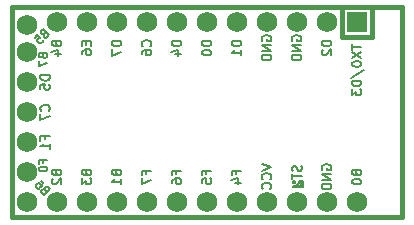
<source format=gbr>
%TF.GenerationSoftware,KiCad,Pcbnew,(6.0.1)*%
%TF.CreationDate,2022-06-24T19:37:25-07:00*%
%TF.ProjectId,75ortho,37356f72-7468-46f2-9e6b-696361645f70,rev?*%
%TF.SameCoordinates,Original*%
%TF.FileFunction,Legend,Bot*%
%TF.FilePolarity,Positive*%
%FSLAX46Y46*%
G04 Gerber Fmt 4.6, Leading zero omitted, Abs format (unit mm)*
G04 Created by KiCad (PCBNEW (6.0.1)) date 2022-06-24 19:37:25*
%MOMM*%
%LPD*%
G01*
G04 APERTURE LIST*
%ADD10C,0.150000*%
%ADD11C,0.381000*%
%ADD12R,1.752600X1.752600*%
%ADD13C,1.752600*%
G04 APERTURE END LIST*
D10*
%TO.C,U1*%
X349099037Y-106762808D02*
X348299037Y-106762808D01*
X348299037Y-106953285D01*
X348337133Y-107067570D01*
X348413323Y-107143761D01*
X348489513Y-107181856D01*
X348641894Y-107219951D01*
X348756180Y-107219951D01*
X348908561Y-107181856D01*
X348984752Y-107143761D01*
X349060942Y-107067570D01*
X349099037Y-106953285D01*
X349099037Y-106762808D01*
X348375228Y-107524713D02*
X348337133Y-107562808D01*
X348299037Y-107638999D01*
X348299037Y-107829475D01*
X348337133Y-107905665D01*
X348375228Y-107943761D01*
X348451418Y-107981856D01*
X348527609Y-107981856D01*
X348641894Y-107943761D01*
X349099037Y-107486618D01*
X349099037Y-107981856D01*
X343257133Y-106743761D02*
X343219037Y-106667570D01*
X343219037Y-106553285D01*
X343257133Y-106438999D01*
X343333323Y-106362808D01*
X343409513Y-106324713D01*
X343561894Y-106286618D01*
X343676180Y-106286618D01*
X343828561Y-106324713D01*
X343904752Y-106362808D01*
X343980942Y-106438999D01*
X344019037Y-106553285D01*
X344019037Y-106629475D01*
X343980942Y-106743761D01*
X343942847Y-106781856D01*
X343676180Y-106781856D01*
X343676180Y-106629475D01*
X344019037Y-107124713D02*
X343219037Y-107124713D01*
X344019037Y-107581856D01*
X343219037Y-107581856D01*
X344019037Y-107962808D02*
X343219037Y-107962808D01*
X343219037Y-108153285D01*
X343257133Y-108267570D01*
X343333323Y-108343761D01*
X343409513Y-108381856D01*
X343561894Y-108419951D01*
X343676180Y-108419951D01*
X343828561Y-108381856D01*
X343904752Y-108343761D01*
X343980942Y-108267570D01*
X344019037Y-108153285D01*
X344019037Y-107962808D01*
X348337133Y-117665761D02*
X348299037Y-117589570D01*
X348299037Y-117475285D01*
X348337133Y-117360999D01*
X348413323Y-117284808D01*
X348489513Y-117246713D01*
X348641894Y-117208618D01*
X348756180Y-117208618D01*
X348908561Y-117246713D01*
X348984752Y-117284808D01*
X349060942Y-117360999D01*
X349099037Y-117475285D01*
X349099037Y-117551475D01*
X349060942Y-117665761D01*
X349022847Y-117703856D01*
X348756180Y-117703856D01*
X348756180Y-117551475D01*
X349099037Y-118046713D02*
X348299037Y-118046713D01*
X349099037Y-118503856D01*
X348299037Y-118503856D01*
X349099037Y-118884808D02*
X348299037Y-118884808D01*
X348299037Y-119075285D01*
X348337133Y-119189570D01*
X348413323Y-119265761D01*
X348489513Y-119303856D01*
X348641894Y-119341951D01*
X348756180Y-119341951D01*
X348908561Y-119303856D01*
X348984752Y-119265761D01*
X349060942Y-119189570D01*
X349099037Y-119075285D01*
X349099037Y-118884808D01*
X325819990Y-117951475D02*
X325858085Y-118065761D01*
X325896180Y-118103856D01*
X325972371Y-118141951D01*
X326086656Y-118141951D01*
X326162847Y-118103856D01*
X326200942Y-118065761D01*
X326239037Y-117989570D01*
X326239037Y-117684808D01*
X325439037Y-117684808D01*
X325439037Y-117951475D01*
X325477133Y-118027665D01*
X325515228Y-118065761D01*
X325591418Y-118103856D01*
X325667609Y-118103856D01*
X325743799Y-118065761D01*
X325781894Y-118027665D01*
X325819990Y-117951475D01*
X325819990Y-117684808D01*
X325515228Y-118446713D02*
X325477133Y-118484808D01*
X325439037Y-118560999D01*
X325439037Y-118751475D01*
X325477133Y-118827665D01*
X325515228Y-118865761D01*
X325591418Y-118903856D01*
X325667609Y-118903856D01*
X325781894Y-118865761D01*
X326239037Y-118408618D01*
X326239037Y-118903856D01*
X324772124Y-106178582D02*
X324724984Y-106272863D01*
X324724984Y-106320004D01*
X324748554Y-106390714D01*
X324819265Y-106461425D01*
X324889975Y-106484995D01*
X324937116Y-106484995D01*
X325007826Y-106461425D01*
X325196388Y-106272863D01*
X324701413Y-105777888D01*
X324536422Y-105942880D01*
X324512852Y-106013591D01*
X324512852Y-106060731D01*
X324536422Y-106131442D01*
X324583562Y-106178582D01*
X324654273Y-106202152D01*
X324701413Y-106202152D01*
X324772124Y-106178582D01*
X324937116Y-106013591D01*
X323970736Y-106508565D02*
X324206439Y-106272863D01*
X324465711Y-106484995D01*
X324418571Y-106484995D01*
X324347860Y-106508565D01*
X324230009Y-106626417D01*
X324206439Y-106697127D01*
X324206439Y-106744268D01*
X324230009Y-106814978D01*
X324347860Y-106932829D01*
X324418571Y-106956400D01*
X324465711Y-106956400D01*
X324536422Y-106932829D01*
X324654273Y-106814978D01*
X324677843Y-106744268D01*
X324677843Y-106697127D01*
X325819990Y-107029475D02*
X325858085Y-107143761D01*
X325896180Y-107181856D01*
X325972371Y-107219951D01*
X326086656Y-107219951D01*
X326162847Y-107181856D01*
X326200942Y-107143761D01*
X326239037Y-107067570D01*
X326239037Y-106762808D01*
X325439037Y-106762808D01*
X325439037Y-107029475D01*
X325477133Y-107105665D01*
X325515228Y-107143761D01*
X325591418Y-107181856D01*
X325667609Y-107181856D01*
X325743799Y-107143761D01*
X325781894Y-107105665D01*
X325819990Y-107029475D01*
X325819990Y-106762808D01*
X325705704Y-107905665D02*
X326239037Y-107905665D01*
X325400942Y-107715189D02*
X325972371Y-107524713D01*
X325972371Y-108019951D01*
X350839037Y-107051936D02*
X350839037Y-107509079D01*
X351639037Y-107280508D02*
X350839037Y-107280508D01*
X350839037Y-107699555D02*
X351639037Y-108232889D01*
X350839037Y-108232889D02*
X351639037Y-107699555D01*
X350839037Y-108690032D02*
X350839037Y-108766222D01*
X350877133Y-108842413D01*
X350915228Y-108880508D01*
X350991418Y-108918603D01*
X351143799Y-108956698D01*
X351334275Y-108956698D01*
X351486656Y-108918603D01*
X351562847Y-108880508D01*
X351600942Y-108842413D01*
X351639037Y-108766222D01*
X351639037Y-108690032D01*
X351600942Y-108613841D01*
X351562847Y-108575746D01*
X351486656Y-108537651D01*
X351334275Y-108499555D01*
X351143799Y-108499555D01*
X350991418Y-108537651D01*
X350915228Y-108575746D01*
X350877133Y-108613841D01*
X350839037Y-108690032D01*
X350800942Y-109870984D02*
X351829513Y-109185270D01*
X351639037Y-110137651D02*
X350839037Y-110137651D01*
X350839037Y-110328127D01*
X350877133Y-110442413D01*
X350953323Y-110518603D01*
X351029513Y-110556698D01*
X351181894Y-110594793D01*
X351296180Y-110594793D01*
X351448561Y-110556698D01*
X351524752Y-110518603D01*
X351600942Y-110442413D01*
X351639037Y-110328127D01*
X351639037Y-110137651D01*
X350839037Y-110861460D02*
X350839037Y-111356698D01*
X351143799Y-111090032D01*
X351143799Y-111204317D01*
X351181894Y-111280508D01*
X351219990Y-111318603D01*
X351296180Y-111356698D01*
X351486656Y-111356698D01*
X351562847Y-111318603D01*
X351600942Y-111280508D01*
X351639037Y-111204317D01*
X351639037Y-110975746D01*
X351600942Y-110899555D01*
X351562847Y-110861460D01*
X324657133Y-108030951D02*
X324690466Y-108130951D01*
X324723799Y-108164285D01*
X324790466Y-108197618D01*
X324890466Y-108197618D01*
X324957133Y-108164285D01*
X324990466Y-108130951D01*
X325023799Y-108064285D01*
X325023799Y-107797618D01*
X324323799Y-107797618D01*
X324323799Y-108030951D01*
X324357133Y-108097618D01*
X324390466Y-108130951D01*
X324457133Y-108164285D01*
X324523799Y-108164285D01*
X324590466Y-108130951D01*
X324623799Y-108097618D01*
X324657133Y-108030951D01*
X324657133Y-107797618D01*
X324323799Y-108430951D02*
X324323799Y-108897618D01*
X325023799Y-108597618D01*
X341059990Y-118008618D02*
X341059990Y-117741951D01*
X341479037Y-117741951D02*
X340679037Y-117741951D01*
X340679037Y-118122904D01*
X340945704Y-118770523D02*
X341479037Y-118770523D01*
X340640942Y-118580046D02*
X341212371Y-118389570D01*
X341212371Y-118884808D01*
X333439990Y-118008618D02*
X333439990Y-117741951D01*
X333859037Y-117741951D02*
X333059037Y-117741951D01*
X333059037Y-118122904D01*
X333059037Y-118351475D02*
X333059037Y-118884808D01*
X333859037Y-118541951D01*
X335979990Y-118008618D02*
X335979990Y-117741951D01*
X336399037Y-117741951D02*
X335599037Y-117741951D01*
X335599037Y-118122904D01*
X335599037Y-118770523D02*
X335599037Y-118618142D01*
X335637133Y-118541951D01*
X335675228Y-118503856D01*
X335789513Y-118427665D01*
X335941894Y-118389570D01*
X336246656Y-118389570D01*
X336322847Y-118427665D01*
X336360942Y-118465761D01*
X336399037Y-118541951D01*
X336399037Y-118694332D01*
X336360942Y-118770523D01*
X336322847Y-118808618D01*
X336246656Y-118846713D01*
X336056180Y-118846713D01*
X335979990Y-118808618D01*
X335941894Y-118770523D01*
X335903799Y-118694332D01*
X335903799Y-118541951D01*
X335941894Y-118465761D01*
X335979990Y-118427665D01*
X336056180Y-118389570D01*
X328359990Y-117951475D02*
X328398085Y-118065761D01*
X328436180Y-118103856D01*
X328512371Y-118141951D01*
X328626656Y-118141951D01*
X328702847Y-118103856D01*
X328740942Y-118065761D01*
X328779037Y-117989570D01*
X328779037Y-117684808D01*
X327979037Y-117684808D01*
X327979037Y-117951475D01*
X328017133Y-118027665D01*
X328055228Y-118065761D01*
X328131418Y-118103856D01*
X328207609Y-118103856D01*
X328283799Y-118065761D01*
X328321894Y-118027665D01*
X328359990Y-117951475D01*
X328359990Y-117684808D01*
X327979037Y-118408618D02*
X327979037Y-118903856D01*
X328283799Y-118637189D01*
X328283799Y-118751475D01*
X328321894Y-118827665D01*
X328359990Y-118865761D01*
X328436180Y-118903856D01*
X328626656Y-118903856D01*
X328702847Y-118865761D01*
X328740942Y-118827665D01*
X328779037Y-118751475D01*
X328779037Y-118522904D01*
X328740942Y-118446713D01*
X328702847Y-118408618D01*
X330899990Y-117951475D02*
X330938085Y-118065761D01*
X330976180Y-118103856D01*
X331052371Y-118141951D01*
X331166656Y-118141951D01*
X331242847Y-118103856D01*
X331280942Y-118065761D01*
X331319037Y-117989570D01*
X331319037Y-117684808D01*
X330519037Y-117684808D01*
X330519037Y-117951475D01*
X330557133Y-118027665D01*
X330595228Y-118065761D01*
X330671418Y-118103856D01*
X330747609Y-118103856D01*
X330823799Y-118065761D01*
X330861894Y-118027665D01*
X330899990Y-117951475D01*
X330899990Y-117684808D01*
X331319037Y-118903856D02*
X331319037Y-118446713D01*
X331319037Y-118675285D02*
X330519037Y-118675285D01*
X330633323Y-118599094D01*
X330709513Y-118522904D01*
X330747609Y-118446713D01*
X325192847Y-112680951D02*
X325230942Y-112642856D01*
X325269037Y-112528570D01*
X325269037Y-112452380D01*
X325230942Y-112338094D01*
X325154752Y-112261904D01*
X325078561Y-112223808D01*
X324926180Y-112185713D01*
X324811894Y-112185713D01*
X324659513Y-112223808D01*
X324583323Y-112261904D01*
X324507133Y-112338094D01*
X324469037Y-112452380D01*
X324469037Y-112528570D01*
X324507133Y-112642856D01*
X324545228Y-112680951D01*
X324469037Y-112947618D02*
X324469037Y-113480951D01*
X325269037Y-113138094D01*
X338519990Y-118008618D02*
X338519990Y-117741951D01*
X338939037Y-117741951D02*
X338139037Y-117741951D01*
X338139037Y-118122904D01*
X338139037Y-118808618D02*
X338139037Y-118427665D01*
X338519990Y-118389570D01*
X338481894Y-118427665D01*
X338443799Y-118503856D01*
X338443799Y-118694332D01*
X338481894Y-118770523D01*
X338519990Y-118808618D01*
X338596180Y-118846713D01*
X338786656Y-118846713D01*
X338862847Y-118808618D01*
X338900942Y-118770523D01*
X338939037Y-118694332D01*
X338939037Y-118503856D01*
X338900942Y-118427665D01*
X338862847Y-118389570D01*
X346540942Y-117320951D02*
X346579037Y-117435237D01*
X346579037Y-117625713D01*
X346540942Y-117701904D01*
X346502847Y-117739999D01*
X346426656Y-117778094D01*
X346350466Y-117778094D01*
X346274275Y-117739999D01*
X346236180Y-117701904D01*
X346198085Y-117625713D01*
X346159990Y-117473332D01*
X346121894Y-117397142D01*
X346083799Y-117359046D01*
X346007609Y-117320951D01*
X345931418Y-117320951D01*
X345855228Y-117359046D01*
X345817133Y-117397142D01*
X345779037Y-117473332D01*
X345779037Y-117663808D01*
X345817133Y-117778094D01*
X345779037Y-118006665D02*
X345779037Y-118463808D01*
X346579037Y-118235237D02*
X345779037Y-118235237D01*
X338939037Y-106762808D02*
X338139037Y-106762808D01*
X338139037Y-106953285D01*
X338177133Y-107067570D01*
X338253323Y-107143761D01*
X338329513Y-107181856D01*
X338481894Y-107219951D01*
X338596180Y-107219951D01*
X338748561Y-107181856D01*
X338824752Y-107143761D01*
X338900942Y-107067570D01*
X338939037Y-106953285D01*
X338939037Y-106762808D01*
X338139037Y-107715189D02*
X338139037Y-107791380D01*
X338177133Y-107867570D01*
X338215228Y-107905665D01*
X338291418Y-107943761D01*
X338443799Y-107981856D01*
X338634275Y-107981856D01*
X338786656Y-107943761D01*
X338862847Y-107905665D01*
X338900942Y-107867570D01*
X338939037Y-107791380D01*
X338939037Y-107715189D01*
X338900942Y-107638999D01*
X338862847Y-107600904D01*
X338786656Y-107562808D01*
X338634275Y-107524713D01*
X338443799Y-107524713D01*
X338291418Y-107562808D01*
X338215228Y-107600904D01*
X338177133Y-107638999D01*
X338139037Y-107715189D01*
X331319037Y-106762808D02*
X330519037Y-106762808D01*
X330519037Y-106953285D01*
X330557133Y-107067570D01*
X330633323Y-107143761D01*
X330709513Y-107181856D01*
X330861894Y-107219951D01*
X330976180Y-107219951D01*
X331128561Y-107181856D01*
X331204752Y-107143761D01*
X331280942Y-107067570D01*
X331319037Y-106953285D01*
X331319037Y-106762808D01*
X330519037Y-107486618D02*
X330519037Y-108019951D01*
X331319037Y-107677094D01*
X351219990Y-117951475D02*
X351258085Y-118065761D01*
X351296180Y-118103856D01*
X351372371Y-118141951D01*
X351486656Y-118141951D01*
X351562847Y-118103856D01*
X351600942Y-118065761D01*
X351639037Y-117989570D01*
X351639037Y-117684808D01*
X350839037Y-117684808D01*
X350839037Y-117951475D01*
X350877133Y-118027665D01*
X350915228Y-118065761D01*
X350991418Y-118103856D01*
X351067609Y-118103856D01*
X351143799Y-118065761D01*
X351181894Y-118027665D01*
X351219990Y-117951475D01*
X351219990Y-117684808D01*
X350839037Y-118637189D02*
X350839037Y-118713380D01*
X350877133Y-118789570D01*
X350915228Y-118827665D01*
X350991418Y-118865761D01*
X351143799Y-118903856D01*
X351334275Y-118903856D01*
X351486656Y-118865761D01*
X351562847Y-118827665D01*
X351600942Y-118789570D01*
X351639037Y-118713380D01*
X351639037Y-118637189D01*
X351600942Y-118560999D01*
X351562847Y-118522904D01*
X351486656Y-118484808D01*
X351334275Y-118446713D01*
X351143799Y-118446713D01*
X350991418Y-118484808D01*
X350915228Y-118522904D01*
X350877133Y-118560999D01*
X350839037Y-118637189D01*
X324657133Y-117080951D02*
X324657133Y-116847618D01*
X325023799Y-116847618D02*
X324323799Y-116847618D01*
X324323799Y-117180951D01*
X324323799Y-117580951D02*
X324323799Y-117647618D01*
X324357133Y-117714285D01*
X324390466Y-117747618D01*
X324457133Y-117780951D01*
X324590466Y-117814285D01*
X324757133Y-117814285D01*
X324890466Y-117780951D01*
X324957133Y-117747618D01*
X324990466Y-117714285D01*
X325023799Y-117647618D01*
X325023799Y-117580951D01*
X324990466Y-117514285D01*
X324957133Y-117480951D01*
X324890466Y-117447618D01*
X324757133Y-117414285D01*
X324590466Y-117414285D01*
X324457133Y-117447618D01*
X324390466Y-117480951D01*
X324357133Y-117514285D01*
X324323799Y-117580951D01*
X345797133Y-106743761D02*
X345759037Y-106667570D01*
X345759037Y-106553285D01*
X345797133Y-106438999D01*
X345873323Y-106362808D01*
X345949513Y-106324713D01*
X346101894Y-106286618D01*
X346216180Y-106286618D01*
X346368561Y-106324713D01*
X346444752Y-106362808D01*
X346520942Y-106438999D01*
X346559037Y-106553285D01*
X346559037Y-106629475D01*
X346520942Y-106743761D01*
X346482847Y-106781856D01*
X346216180Y-106781856D01*
X346216180Y-106629475D01*
X346559037Y-107124713D02*
X345759037Y-107124713D01*
X346559037Y-107581856D01*
X345759037Y-107581856D01*
X346559037Y-107962808D02*
X345759037Y-107962808D01*
X345759037Y-108153285D01*
X345797133Y-108267570D01*
X345873323Y-108343761D01*
X345949513Y-108381856D01*
X346101894Y-108419951D01*
X346216180Y-108419951D01*
X346368561Y-108381856D01*
X346444752Y-108343761D01*
X346520942Y-108267570D01*
X346559037Y-108153285D01*
X346559037Y-107962808D01*
X333782847Y-107219951D02*
X333820942Y-107181856D01*
X333859037Y-107067570D01*
X333859037Y-106991380D01*
X333820942Y-106877094D01*
X333744752Y-106800904D01*
X333668561Y-106762808D01*
X333516180Y-106724713D01*
X333401894Y-106724713D01*
X333249513Y-106762808D01*
X333173323Y-106800904D01*
X333097133Y-106877094D01*
X333059037Y-106991380D01*
X333059037Y-107067570D01*
X333097133Y-107181856D01*
X333135228Y-107219951D01*
X333059037Y-107905665D02*
X333059037Y-107753285D01*
X333097133Y-107677094D01*
X333135228Y-107638999D01*
X333249513Y-107562808D01*
X333401894Y-107524713D01*
X333706656Y-107524713D01*
X333782847Y-107562808D01*
X333820942Y-107600904D01*
X333859037Y-107677094D01*
X333859037Y-107829475D01*
X333820942Y-107905665D01*
X333782847Y-107943761D01*
X333706656Y-107981856D01*
X333516180Y-107981856D01*
X333439990Y-107943761D01*
X333401894Y-107905665D01*
X333363799Y-107829475D01*
X333363799Y-107677094D01*
X333401894Y-107600904D01*
X333439990Y-107562808D01*
X333516180Y-107524713D01*
X336399037Y-106762808D02*
X335599037Y-106762808D01*
X335599037Y-106953285D01*
X335637133Y-107067570D01*
X335713323Y-107143761D01*
X335789513Y-107181856D01*
X335941894Y-107219951D01*
X336056180Y-107219951D01*
X336208561Y-107181856D01*
X336284752Y-107143761D01*
X336360942Y-107067570D01*
X336399037Y-106953285D01*
X336399037Y-106762808D01*
X335865704Y-107905665D02*
X336399037Y-107905665D01*
X335560942Y-107715189D02*
X336132371Y-107524713D01*
X336132371Y-108019951D01*
X324849990Y-115087618D02*
X324849990Y-114820951D01*
X325269037Y-114820951D02*
X324469037Y-114820951D01*
X324469037Y-115201904D01*
X325269037Y-115925713D02*
X325269037Y-115468570D01*
X325269037Y-115697142D02*
X324469037Y-115697142D01*
X324583323Y-115620951D01*
X324659513Y-115544761D01*
X324697609Y-115468570D01*
X328359990Y-106800904D02*
X328359990Y-107067570D01*
X328779037Y-107181856D02*
X328779037Y-106800904D01*
X327979037Y-106800904D01*
X327979037Y-107181856D01*
X327979037Y-107867570D02*
X327979037Y-107715189D01*
X328017133Y-107638999D01*
X328055228Y-107600904D01*
X328169513Y-107524713D01*
X328321894Y-107486618D01*
X328626656Y-107486618D01*
X328702847Y-107524713D01*
X328740942Y-107562808D01*
X328779037Y-107638999D01*
X328779037Y-107791380D01*
X328740942Y-107867570D01*
X328702847Y-107905665D01*
X328626656Y-107943761D01*
X328436180Y-107943761D01*
X328359990Y-107905665D01*
X328321894Y-107867570D01*
X328283799Y-107791380D01*
X328283799Y-107638999D01*
X328321894Y-107562808D01*
X328359990Y-107524713D01*
X328436180Y-107486618D01*
X324842835Y-119379276D02*
X324748554Y-119332136D01*
X324701413Y-119332136D01*
X324630703Y-119355706D01*
X324559992Y-119426417D01*
X324536422Y-119497127D01*
X324536422Y-119544268D01*
X324559992Y-119614978D01*
X324748554Y-119803540D01*
X325243529Y-119308565D01*
X325078537Y-119143574D01*
X325007826Y-119120004D01*
X324960686Y-119120004D01*
X324889975Y-119143574D01*
X324842835Y-119190714D01*
X324819265Y-119261425D01*
X324819265Y-119308565D01*
X324842835Y-119379276D01*
X325007826Y-119544268D01*
X324536422Y-118601459D02*
X324630703Y-118695740D01*
X324654273Y-118766450D01*
X324654273Y-118813591D01*
X324630703Y-118931442D01*
X324559992Y-119049293D01*
X324371430Y-119237855D01*
X324300720Y-119261425D01*
X324253579Y-119261425D01*
X324182868Y-119237855D01*
X324088588Y-119143574D01*
X324065017Y-119072863D01*
X324065017Y-119025723D01*
X324088588Y-118955012D01*
X324206439Y-118837161D01*
X324277149Y-118813591D01*
X324324290Y-118813591D01*
X324395000Y-118837161D01*
X324489281Y-118931442D01*
X324512852Y-119002152D01*
X324512852Y-119049293D01*
X324489281Y-119120004D01*
X325269037Y-109683808D02*
X324469037Y-109683808D01*
X324469037Y-109874285D01*
X324507133Y-109988570D01*
X324583323Y-110064761D01*
X324659513Y-110102856D01*
X324811894Y-110140951D01*
X324926180Y-110140951D01*
X325078561Y-110102856D01*
X325154752Y-110064761D01*
X325230942Y-109988570D01*
X325269037Y-109874285D01*
X325269037Y-109683808D01*
X324469037Y-110864761D02*
X324469037Y-110483808D01*
X324849990Y-110445713D01*
X324811894Y-110483808D01*
X324773799Y-110559999D01*
X324773799Y-110750475D01*
X324811894Y-110826665D01*
X324849990Y-110864761D01*
X324926180Y-110902856D01*
X325116656Y-110902856D01*
X325192847Y-110864761D01*
X325230942Y-110826665D01*
X325269037Y-110750475D01*
X325269037Y-110559999D01*
X325230942Y-110483808D01*
X325192847Y-110445713D01*
X343219037Y-117208618D02*
X344019037Y-117475285D01*
X343219037Y-117741951D01*
X343942847Y-118465761D02*
X343980942Y-118427665D01*
X344019037Y-118313380D01*
X344019037Y-118237189D01*
X343980942Y-118122904D01*
X343904752Y-118046713D01*
X343828561Y-118008618D01*
X343676180Y-117970523D01*
X343561894Y-117970523D01*
X343409513Y-118008618D01*
X343333323Y-118046713D01*
X343257133Y-118122904D01*
X343219037Y-118237189D01*
X343219037Y-118313380D01*
X343257133Y-118427665D01*
X343295228Y-118465761D01*
X343942847Y-119265761D02*
X343980942Y-119227665D01*
X344019037Y-119113380D01*
X344019037Y-119037189D01*
X343980942Y-118922904D01*
X343904752Y-118846713D01*
X343828561Y-118808618D01*
X343676180Y-118770523D01*
X343561894Y-118770523D01*
X343409513Y-118808618D01*
X343333323Y-118846713D01*
X343257133Y-118922904D01*
X343219037Y-119037189D01*
X343219037Y-119113380D01*
X343257133Y-119227665D01*
X343295228Y-119265761D01*
X341479037Y-106762808D02*
X340679037Y-106762808D01*
X340679037Y-106953285D01*
X340717133Y-107067570D01*
X340793323Y-107143761D01*
X340869513Y-107181856D01*
X341021894Y-107219951D01*
X341136180Y-107219951D01*
X341288561Y-107181856D01*
X341364752Y-107143761D01*
X341440942Y-107067570D01*
X341479037Y-106953285D01*
X341479037Y-106762808D01*
X341479037Y-107981856D02*
X341479037Y-107524713D01*
X341479037Y-107753285D02*
X340679037Y-107753285D01*
X340793323Y-107677094D01*
X340869513Y-107600904D01*
X340907609Y-107524713D01*
D11*
X352547133Y-106464285D02*
X352547133Y-103924285D01*
X350007133Y-106464285D02*
X350007133Y-103924285D01*
X322067133Y-103924285D02*
X322067133Y-121704285D01*
X355087133Y-103924285D02*
X322067133Y-103924285D01*
X352547133Y-106464285D02*
X350007133Y-106464285D01*
X322067133Y-121704285D02*
X355087133Y-121704285D01*
X355087133Y-121704285D02*
X355087133Y-103924285D01*
D10*
X346658103Y-118658920D02*
X346558103Y-118658920D01*
X346558103Y-118658920D02*
X346558103Y-119158920D01*
X346558103Y-119158920D02*
X346658103Y-119158920D01*
X346658103Y-119158920D02*
X346658103Y-118658920D01*
G36*
X346658103Y-119158920D02*
G01*
X346558103Y-119158920D01*
X346558103Y-118658920D01*
X346658103Y-118658920D01*
X346658103Y-119158920D01*
G37*
X346658103Y-119158920D02*
X346558103Y-119158920D01*
X346558103Y-118658920D01*
X346658103Y-118658920D01*
X346658103Y-119158920D01*
X346058103Y-118658920D02*
X345858103Y-118658920D01*
X345858103Y-118658920D02*
X345858103Y-118758920D01*
X345858103Y-118758920D02*
X346058103Y-118758920D01*
X346058103Y-118758920D02*
X346058103Y-118658920D01*
G36*
X346058103Y-118758920D02*
G01*
X345858103Y-118758920D01*
X345858103Y-118658920D01*
X346058103Y-118658920D01*
X346058103Y-118758920D01*
G37*
X346058103Y-118758920D02*
X345858103Y-118758920D01*
X345858103Y-118658920D01*
X346058103Y-118658920D01*
X346058103Y-118758920D01*
X346258103Y-118858920D02*
X346158103Y-118858920D01*
X346158103Y-118858920D02*
X346158103Y-118958920D01*
X346158103Y-118958920D02*
X346258103Y-118958920D01*
X346258103Y-118958920D02*
X346258103Y-118858920D01*
G36*
X346258103Y-118958920D02*
G01*
X346158103Y-118958920D01*
X346158103Y-118858920D01*
X346258103Y-118858920D01*
X346258103Y-118958920D01*
G37*
X346258103Y-118958920D02*
X346158103Y-118958920D01*
X346158103Y-118858920D01*
X346258103Y-118858920D01*
X346258103Y-118958920D01*
X346658103Y-118658920D02*
X346358103Y-118658920D01*
X346358103Y-118658920D02*
X346358103Y-118758920D01*
X346358103Y-118758920D02*
X346658103Y-118758920D01*
X346658103Y-118758920D02*
X346658103Y-118658920D01*
G36*
X346658103Y-118758920D02*
G01*
X346358103Y-118758920D01*
X346358103Y-118658920D01*
X346658103Y-118658920D01*
X346658103Y-118758920D01*
G37*
X346658103Y-118758920D02*
X346358103Y-118758920D01*
X346358103Y-118658920D01*
X346658103Y-118658920D01*
X346658103Y-118758920D01*
X346658103Y-119058920D02*
X345858103Y-119058920D01*
X345858103Y-119058920D02*
X345858103Y-119158920D01*
X345858103Y-119158920D02*
X346658103Y-119158920D01*
X346658103Y-119158920D02*
X346658103Y-119058920D01*
G36*
X346658103Y-119158920D02*
G01*
X345858103Y-119158920D01*
X345858103Y-119058920D01*
X346658103Y-119058920D01*
X346658103Y-119158920D01*
G37*
X346658103Y-119158920D02*
X345858103Y-119158920D01*
X345858103Y-119058920D01*
X346658103Y-119058920D01*
X346658103Y-119158920D01*
%TD*%
D12*
%TO.C,U1*%
X351277133Y-105194285D03*
D13*
X348737133Y-105194285D03*
X346197133Y-105194285D03*
X343657133Y-105194285D03*
X341117133Y-105194285D03*
X338577133Y-105194285D03*
X336037133Y-105194285D03*
X333497133Y-105194285D03*
X330957133Y-105194285D03*
X328417133Y-105194285D03*
X325877133Y-105194285D03*
X323337133Y-105422885D03*
X323337133Y-120434285D03*
X325877133Y-120434285D03*
X328417133Y-120434285D03*
X330957133Y-120434285D03*
X333497133Y-120434285D03*
X336037133Y-120434285D03*
X338577133Y-120434285D03*
X341117133Y-120434285D03*
X343657133Y-120434285D03*
X346197133Y-120434285D03*
X348737133Y-120434285D03*
X351277133Y-120434285D03*
X323337133Y-107734285D03*
X323337133Y-110274285D03*
X323337133Y-112814285D03*
X323337133Y-115354285D03*
X323337133Y-117894285D03*
%TD*%
M02*

</source>
